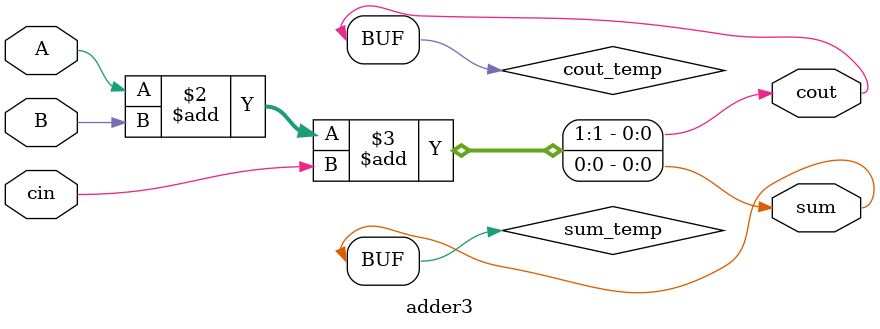
<source format=v>
module adder3(A,B,cin,sum,cout);

	input A,B,cin;
	output sum,cout;

	reg sum_temp,cout_temp;

	assign sum = sum_temp;
	assign cout = cout_temp;
	always @(*) begin
		{cout_temp,sum_temp}=A+B+cin;
	
	end

endmodule
</source>
